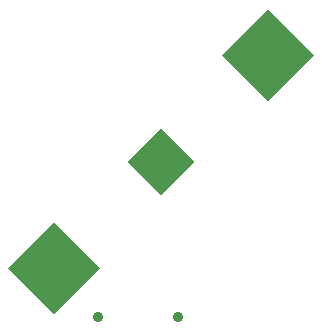
<source format=gbr>
%TF.GenerationSoftware,KiCad,Pcbnew,(5.1.9-0-10_14)*%
%TF.CreationDate,2021-04-10T21:21:16-04:00*%
%TF.ProjectId,Hexo,4865786f-2e6b-4696-9361-645f70636258,1*%
%TF.SameCoordinates,Original*%
%TF.FileFunction,Soldermask,Bot*%
%TF.FilePolarity,Negative*%
%FSLAX46Y46*%
G04 Gerber Fmt 4.6, Leading zero omitted, Abs format (unit mm)*
G04 Created by KiCad (PCBNEW (5.1.9-0-10_14)) date 2021-04-10 21:21:16*
%MOMM*%
%LPD*%
G01*
G04 APERTURE LIST*
%ADD10C,0.100000*%
%ADD11C,0.900000*%
G04 APERTURE END LIST*
D10*
%TO.C,BT1*%
G36*
X159380880Y-90398087D02*
G01*
X155491793Y-86509000D01*
X159380880Y-82619913D01*
X163269967Y-86509000D01*
X159380880Y-90398087D01*
G37*
G36*
X150329913Y-98388394D02*
G01*
X147501486Y-95559967D01*
X150329913Y-92731540D01*
X153158340Y-95559967D01*
X150329913Y-98388394D01*
G37*
G36*
X141278946Y-108500021D02*
G01*
X137389859Y-104610934D01*
X141278946Y-100721847D01*
X145168033Y-104610934D01*
X141278946Y-108500021D01*
G37*
%TD*%
D11*
%TO.C,SW2*%
X144980880Y-108709000D03*
X151780880Y-108709000D03*
%TD*%
M02*

</source>
